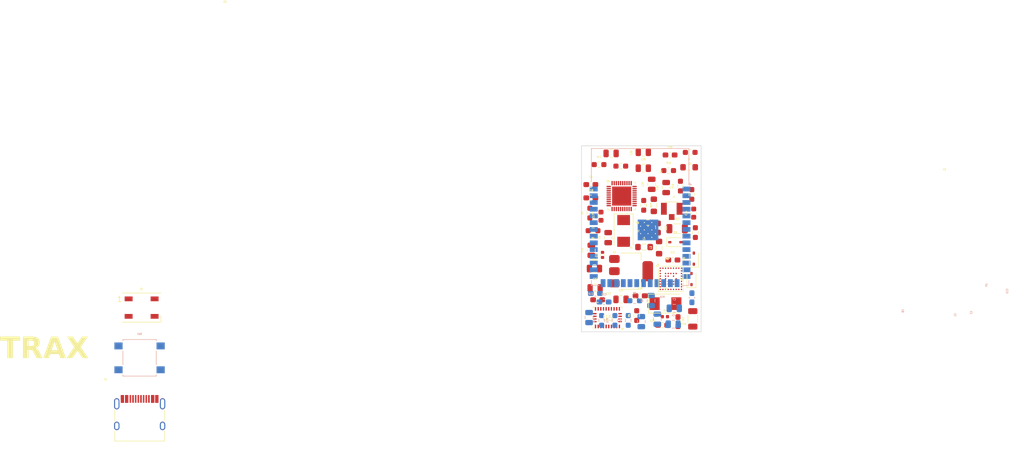
<source format=kicad_pcb>
(kicad_pcb (version 20240108) (generator "pcbnew") (generator_version "8.0")
  (layers (0 "F.Cu" signal) (31 "B.Cu" signal) (34 "B.Paste" user) (35 "F.Paste" user) (36 "B.SilkS" user "B.Silkscreen") (37 "F.SilkS" user "F.Silkscreen") (38 "B.Mask" user) (39 "F.Mask" user) (44 "Edge.Cuts" user))
  (net 0 "")
  (net 1 "+3V3")
  (net 2 "GND")
  (net 3 "EN")
  (net 4 "Net-(U3-VMID)")
  (net 5 "VSYS")
  (net 6 "Net-(U3-VREF)")
  (net 7 "Net-(U3-FB1)")
  (net 8 "VBUS")
  (net 9 "SW_L1")
  (net 10 "Net-(U4-V_CORE)")
  (net 11 "Net-(U5-XOUT32{slash}CLKSEL1)")
  (net 12 "Net-(U5-XIN32)")
  (net 13 "Net-(U5-CAP)")
  (net 14 "D+")
  (net 15 "D-")
  (net 16 "ANT")
  (net 17 "Net-(U3-SW)")
  (net 18 "Net-(U3-LX1)")
  (net 19 "Net-(U4-V_DCDC_OUT)")
  (net 20 "Net-(U3-TS)")
  (net 21 "Net-(P1-SHIELD)")
  (net 23 "Net-(JP1-A)")
  (net 25 "PMIC_IRQ")
  (net 26 "SCL_MASTER")
  (net 27 "SDA_MASTER")
  (net 28 "LEDCNTRL")
  (net 29 "SDA_GPS")
  (net 30 "SCL_GPS")
  (net 31 "PRES_SENS")
  (net 32 "Net-(U5-PS0{slash}WAKE)")
  (net 33 "Net-(U5-PS1)")
  (net 34 "Net-(U5-~{BOOT})")
  (net 35 "Net-(U5-~{RST})")
  (net 36 "Net-(U5-~{H_CS})")
  (net 37 "Net-(U5-SA0{slash}H_MOSI)")
  (net 38 "TXD")
  (net 39 "INT_GPS")
  (net 40 "INT_IMU")
  (net 41 "GPIO0")
  (net 42 "RXD")
  (net 43 "GPIO46")
  (net 44 "LNA_GPS")
  (net 45 "TIMEPULSE_GPS")
  (net 46 "RESET_GPS")
  (net 47 "PMIC_PWRON")
  (net 50 "+1V5")
  (net 57 "VBAT")
  (net 70 "+2V8")
  (net 77 "Net-(U4-RTC_O)")
  (net 78 "Net-(U4-RTC_I)")
  (net 91 "Net-(U1-VI)")
  (net 92 "Net-(C24-Pad1)")
  (net 94 "Net-(D1-DIN)")
  (net 95 "Net-(D4-A)")
  (net 96 "Net-(D4-K)")
  (footprint "Capacitor_SMD:C_0603_1608Metric_Pad1.08x0.95mm_HandSolder" (layer "F.Cu") (at 217.726646 66.6875 -90)
    (property "Reference" "C12" (at 0 -1.43 90) (layer "F.SilkS") (effects (font (size 0.35 0.3) (thickness 1))))
    (property "Value" "10u")
    (pad "1" smd roundrect (at -0.8625 0 270) (size 1.075 0.95) (layers "F.Cu" "F.Paste" "F.Mask") (net 2 "GND"))
    (pad "2" smd roundrect (at 0.8625 0 270) (size 1.075 0.95) (layers "F.Cu" "F.Paste" "F.Mask") (net 5 "VSYS"))
  )
  (footprint "Resistor_SMD:R_0603_1608Metric_Pad0.98x0.95mm_HandSolder" (layer "F.Cu") (at 210.6375 55.01)
    (property "Reference" "R9" (at 3.156646 10.715 -0) (layer "F.SilkS") (effects (font (size 0.35 0.3) (thickness 1))))
    (property "Value" "1M")
    (pad "1" smd roundrect (at -0.9125 0) (size 0.975 0.95) (layers "F.Cu" "F.Paste" "F.Mask") (net 21 "Net-(P1-SHIELD)"))
    (pad "2" smd roundrect (at 0.9125 0) (size 0.975 0.95) (layers "F.Cu" "F.Paste" "F.Mask") (net 2 "GND"))
  )
  (footprint "Capacitor_SMD:C_0603_1608Metric" (layer "F.Cu") (at 206.9 64.455 90)
    (property "Reference" "C17" (at 0 -1.43 90) (layer "F.SilkS") (effects (font (size 0.35 0.3) (thickness 1))))
    (property "Value" "1u")
    (pad "1" smd roundrect (at -0.775 0 90) (size 0.9 0.95) (layers "F.Cu" "F.Paste" "F.Mask") (net 2 "GND"))
    (pad "2" smd roundrect (at 0.775 0 90) (size 0.9 0.95) (layers "F.Cu" "F.Paste" "F.Mask") (net 6 "Net-(U3-VREF)"))
  )
  (footprint "Capacitor_SMD:C_0805_2012Metric" (layer "F.Cu") (at 205.665 74.34)
    (property "Reference" "C26" (at 0 -1.68 0) (layer "F.SilkS") (effects (font (size 0.35 0.3) (thickness 1))))
    (property "Value" "100n")
    (pad "1" smd roundrect (at -0.95 0) (size 1 1.45) (layers "F.Cu" "F.Paste" "F.Mask") (net 1 "+3V3"))
    (pad "2" smd roundrect (at 0.95 0) (size 1 1.45) (layers "F.Cu" "F.Paste" "F.Mask") (net 2 "GND"))
  )
  (footprint "Inductor_SMD:L_0805_2012Metric_Pad1.05x1.20mm_HandSolder" (layer "F.Cu") (at 223.53 55.22)
    (property "Reference" "L1" (at 0 -1.55 0) (layer "F.SilkS") (effects (font (size 0.35 0.3) (thickness 1))))
    (property "Value" "1u")
    (pad "1" smd roundrect (at -1.15 0) (size 1.05 1.2) (layers "F.Cu" "F.Paste" "F.Mask") (roundrect_rratio 0.238095) (net 5 "VSYS"))
    (pad "2" smd roundrect (at 1.15 0) (size 1.05 1.2) (layers "F.Cu" "F.Paste" "F.Mask") (roundrect_rratio 0.238095) (net 17 "Net-(U3-SW)"))
  )
  (footprint "Capacitor_SMD:C_0805_2012Metric" (layer "F.Cu") (at 205.795 78)
    (property "Reference" "C27" (at 0 -1.68 0) (layer "F.SilkS") (effects (font (size 0.35 0.3) (thickness 1))))
    (property "Value" "4.7u")
    (pad "1" smd roundrect (at -0.95 0) (size 1 1.45) (layers "F.Cu" "F.Paste" "F.Mask") (net 2 "GND"))
    (pad "2" smd roundrect (at 0.95 0) (size 1 1.45) (layers "F.Cu" "F.Paste" "F.Mask") (net 10 "Net-(U4-V_CORE)"))
  )
  (footprint "RF_GPS:ublox_ZOE_M8" (layer "F.Cu") (at 220.086646 76.27)
    (property "Reference" "U4" (at -0.495 -3.905 0) (layer "F.SilkS") (effects (font (size 0.35 0.3) (thickness 0.075))))
    (property "Value" "ZOE-M8Q")
    (pad "A1" smd circle (at -2 -2) (size 0.27 0.27) (layers "F.Cu" "F.Paste" "F.Mask") (net 2 "GND"))
    (pad "A2" smd circle (at -1.5 -2) (size 0.27 0.27) (layers "F.Cu" "F.Paste" "F.Mask") (net 29 "SDA_GPS"))
    (pad "A3" smd circle (at -1 -2) (size 0.27 0.27) (layers "F.Cu" "F.Paste" "F.Mask") (net 2 "GND"))
    (pad "A4" smd circle (at -0.5 -2) (size 0.27 0.27) (layers "F.Cu" "F.Paste" "F.Mask") (net 16 "ANT"))
    (pad "A5" smd circle (at 0 -2) (size 0.27 0.27) (layers "F.Cu" "F.Paste" "F.Mask") (net 2 "GND"))
    (pad "A6" smd circle (at 0.5 -2) (size 0.27 0.27) (layers "F.Cu" "F.Paste" "F.Mask"))
    (pad "A7" smd circle (at 1 -2) (size 0.27 0.27) (layers "F.Cu" "F.Paste" "F.Mask") (net 2 "GND"))
    (pad "A8" smd circle (at 1.5 -2) (size 0.27 0.27) (layers "F.Cu" "F.Paste" "F.Mask") (net 2 "GND"))
    (pad "A9" smd circle (at 2 -2) (size 0.27 0.27) (layers "F.Cu" "F.Paste" "F.Mask") (net 2 "GND"))
    (pad "B1" smd circle (at -2 -1.5) (size 0.27 0.27) (layers "F.Cu" "F.Paste" "F.Mask") (net 30 "SCL_GPS"))
    (pad "B9" smd circle (at 2 -1.5) (size 0.27 0.27) (layers "F.Cu" "F.Paste" "F.Mask") (net 2 "GND"))
    (pad "C1" smd circle (at -2 -1) (size 0.27 0.27) (layers "F.Cu" "F.Paste" "F.Mask") (net 2 "GND"))
    (pad "C3" smd circle (at -1 -1) (size 0.27 0.27) (layers "F.Cu" "F.Paste" "F.Mask") (net 45 "TIMEPULSE_GPS"))
    (pad "C4" smd circle (at -0.5 -1) (size 0.27 0.27) (layers "F.Cu" "F.Paste" "F.Mask"))
    (pad "C5" smd circle (at 0 -1) (size 0.27 0.27) (layers "F.Cu" "F.Paste" "F.Mask") (net 44 "LNA_GPS"))
    (pad "C6" smd circle (at 0.5 -1) (size 0.27 0.27) (layers "F.Cu" "F.Paste" "F.Mask"))
    (pad "C7" smd circle (at 1 -1) (size 0.27 0.27) (layers "F.Cu" "F.Paste" "F.Mask") (net 2 "GND"))
    (pad "C9" smd circle (at 2 -1) (size 0.27 0.27) (layers "F.Cu" "F.Paste" "F.Mask") (net 2 "GND"))
    (pad "D1" smd circle (at -2 -0.5) (size 0.27 0.27) (layers "F.Cu" "F.Paste" "F.Mask"))
    (pad "D3" smd circle (at -1 -0.5) (size 0.27 0.27) (layers "F.Cu" "F.Paste" "F.Mask") (net 2 "GND"))
    (pad "D4" smd circle (at -0.5 -0.5) (size 0.27 0.27) (layers "F.Cu" "F.Paste" "F.Mask"))
    (pad "D6" smd circle (at 0.5 -0.5) (size 0.27 0.27) (layers "F.Cu" "F.Paste" "F.Mask") (net 2 "GND"))
    (pad "D9" smd circle (at 2 -0.5) (size 0.27 0.27) (layers "F.Cu" "F.Paste" "F.Mask") (net 2 "GND"))
    (pad "E1" smd circle (at -2 0) (size 0.27 0.27) (layers "F.Cu" "F.Paste" "F.Mask") (net 2 "GND"))
    (pad "E3" smd circle (at -1 0) (size 0.27 0.27) (layers "F.Cu" "F.Paste" "F.Mask") (net 2 "GND"))
    (pad "E7" smd circle (at 1 0) (size 0.27 0.27) (layers "F.Cu" "F.Paste" "F.Mask") (net 2 "GND"))
    (pad "E9" smd circle (at 2 0) (size 0.27 0.27) (layers "F.Cu" "F.Paste" "F.Mask"))
    (pad "F1" smd circle (at -2 0.5) (size 0.27 0.27) (layers "F.Cu" "F.Paste" "F.Mask"))
    (pad "F3" smd circle (at -1 0.5) (size 0.27 0.27) (layers "F.Cu" "F.Paste" "F.Mask"))
    (pad "F4" smd circle (at -0.5 0.5) (size 0.27 0.27) (layers "F.Cu" "F.Paste" "F.Mask"))
    (pad "F6" smd circle (at 0.5 0.5) (size 0.27 0.27) (layers "F.Cu" "F.Paste" "F.Mask"))
    (pad "F7" smd circle (at 1 0.5) (size 0.27 0.27) (layers "F.Cu" "F.Paste" "F.Mask") (net 2 "GND"))
    (pad "F9" smd circle (at 2 0.5) (size 0.27 0.27) (layers "F.Cu" "F.Paste" "F.Mask"))
    (pad "G1" smd circle (at -2 1) (size 0.27 0.27) (layers "F.Cu" "F.Paste" "F.Mask") (net 10 "Net-(U4-V_CORE)"))
    (pad "G3" smd circle (at -1 1) (size 0.27 0.27) (layers "F.Cu" "F.Paste" "F.Mask") (net 2 "GND"))
    (pad "G4" smd circle (at -0.5 1) (size 0.27 0.27) (layers "F.Cu" "F.Paste" "F.Mask") (net 39 "INT_GPS"))
    (pad "G5" smd circle (at 0 1) (size 0.27 0.27) (layers "F.Cu" "F.Paste" "F.Mask"))
    (pad "G6" smd circle (at 0.5 1) (size 0.27 0.27) (layers "F.Cu" "F.Paste" "F.Mask") (net 2 "GND"))
    (pad "G7" smd circle (at 1 1) (size 0.27 0.27) (layers "F.Cu" "F.Paste" "F.Mask") (net 2 "GND"))
    (pad "G9" smd circle (at 2 1) (size 0.27 0.27) (layers "F.Cu" "F.Paste" "F.Mask"))
    (pad "H1" smd circle (at -2 1.5) (size 0.27 0.27) (layers "F.Cu" "F.Paste" "F.Mask") (net 19 "Net-(U4-V_DCDC_OUT)"))
    (pad "H9" smd circle (at 2 1.5) (size 0.27 0.27) (layers "F.Cu" "F.Paste" "F.Mask") (net 1 "+3V3"))
    (pad "J1" smd circle (at -2 2) (size 0.27 0.27) (layers "F.Cu" "F.Paste" "F.Mask") (net 1 "+3V3"))
    (pad "J2" smd circle (at -1.5 2) (size 0.27 0.27) (layers "F.Cu" "F.Paste" "F.Mask") (net 1 "+3V3"))
    (pad "J3" smd circle (at -1 2) (size 0.27 0.27) (layers "F.Cu" "F.Paste" "F.Mask") (net 2 "GND"))
    (pad "J4" smd circle (at -0.5 2) (size 0.27 0.27) (layers "F.Cu" "F.Paste" "F.Mask"))
    (pad "J5" smd circle (at 0 2) (size 0.27 0.27) (layers "F.Cu" "F.Paste" "F.Mask"))
    (pad "J6" smd circle (at 0.5 2) (size 0.27 0.27) (layers "F.Cu" "F.Paste" "F.Mask") (net 46 "RESET_GPS"))
    (pad "J7" smd circle (at 1 2) (size 0.27 0.27) (layers "F.Cu" "F.Paste" "F.Mask") (net 78 "Net-(U4-RTC_I)"))
    (pad "J8" smd circle (at 1.5 2) (size 0.27 0.27) (layers "F.Cu" "F.Paste" "F.Mask") (net 77 "Net-(U4-RTC_O)"))
    (pad "J9" smd circle (at 2 2) (size 0.27 0.27) (layers "F.Cu" "F.Paste" "F.Mask") (net 2 "GND"))
  )
  (footprint "Capacitor_SMD:C_0805_2012Metric" (layer "F.Cu") (at 208.26 68.5 90)
    (property "Reference" "C6" (at 0 -1.68 90) (layer "F.SilkS") (effects (font (size 0.35 0.3) (thickness 1))))
    (property "Value" "1u")
    (pad "1" smd roundrect (at -0.95 0 90) (size 1 1.45) (layers "F.Cu" "F.Paste" "F.Mask") (net 1 "+3V3"))
    (pad "2" smd roundrect (at 0.95 0 90) (size 1 1.45) (layers "F.Cu" "F.Paste" "F.Mask") (net 2 "GND"))
  )
  (footprint "Resistor_SMD:R_0603_1608Metric_Pad0.98x0.95mm_HandSolder" (layer "F.Cu") (at 205.4025 67.19 180)
    (property "Reference" "R4" (at 0 -1.43 0) (layer "F.SilkS") (effects (font (size 0.35 0.3) (thickness 1))))
    (property "Value" "4.7k")
    (pad "1" smd roundrect (at -0.9125 0 180) (size 0.975 0.95) (layers "F.Cu" "F.Paste" "F.Mask") (net 30 "SCL_GPS"))
    (pad "2" smd roundrect (at 0.9125 0 180) (size 0.975 0.95) (layers "F.Cu" "F.Paste" "F.Mask") (net 1 "+3V3"))
  )
  (footprint "Capacitor_SMD:C_0805_2012Metric" (layer "F.Cu") (at 216.47 58.44 90)
    (property "Reference" "C29" (at 0 -1.68 90) (layer "F.SilkS") (effects (font (size 0.35 0.3) (thickness 1))))
    (property "Value" "100n")
    (pad "1" smd roundrect (at -0.95 0 90) (size 1 1.45) (layers "F.Cu" "F.Paste" "F.Mask") (net 1 "+3V3"))
    (pad "2" smd roundrect (at 0.95 0 90) (size 1 1.45) (layers "F.Cu" "F.Paste" "F.Mask") (net 2 "GND"))
  )
  (footprint "LED_SMD:LED_0402_1005Metric" (layer "F.Cu") (at 218.965 83.41)
    (property "Reference" "D4" (at 0 -1.17 0) (layer "F.SilkS") (effects (font (size 0.35 0.3) (thickness 1))))
    (property "Value" "LED")
    (pad "1" smd roundrect (at -0.485 0) (size 0.59 0.64) (layers "F.Cu" "F.Paste" "F.Mask") (net 96 "Net-(D4-K)"))
    (pad "2" smd roundrect (at 0.485 0) (size 0.59 0.64) (layers "F.Cu" "F.Paste" "F.Mask") (net 95 "Net-(D4-A)"))
  )
  (footprint "Resistor_SMD:R_0603_1608Metric_Pad0.98x0.95mm_HandSolder" (layer "F.Cu") (at 204.8 63.8675 90)
    (property "Reference" "R3" (at 0 -1.43 90) (layer "F.SilkS") (effects (font (size 0.35 0.3) (thickness 1))))
    (property "Value" "4.7k")
    (pad "1" smd roundrect (at -0.9125 0 90) (size 0.975 0.95) (layers "F.Cu" "F.Paste" "F.Mask") (net 29 "SDA_GPS"))
    (pad "2" smd roundrect (at 0.9125 0 90) (size 0.975 0.95) (layers "F.Cu" "F.Paste" "F.Mask") (net 1 "+3V3"))
  )
  (footprint "Capacitor_SMD:C_0603_1608Metric_Pad1.08x0.95mm_HandSolder" (layer "F.Cu") (at 218.5275 85.03 180)
    (property "Reference" "C15" (at 1.9175 0.84 360) (layer "F.SilkS") (effects (font (size 0.35 0.3) (thickness 1))))
    (property "Value" "22u")
    (pad "1" smd roundrect (at -0.8625 0 180) (size 1.075 0.95) (layers "F.Cu" "F.Paste" "F.Mask") (net 5 "VSYS"))
    (pad "2" smd roundrect (at 0.8625 0 180) (size 1.075 0.95) (layers "F.Cu" "F.Paste" "F.Mask") (net 2 "GND"))
  )
  (footprint "Diode_SMD:D_SOD-323" (layer "F.Cu") (at 223.976646 76.3175 90)
    (property "Reference" "D2" (at 0 -1.85 90) (layer "F.SilkS") (effects (font (size 0.35 0.3) (thickness 1))))
    (property "Value" "SD05_SOD323")
    (pad "1" smd roundrect (at -1.05 0 90) (size 0.6 0.45) (layers "F.Cu" "F.Paste" "F.Mask") (net 2 "GND"))
    (pad "2" smd roundrect (at 1.05 0 90) (size 0.6 0.45) (layers "F.Cu" "F.Paste" "F.Mask") (net 14 "D+"))
  )
  (footprint "U.FL-R-SMT_01_:HRS_U.FL-R-SMT_01_" (layer "F.Cu") (at 220.245 63.06)
    (property "Reference" "J2" (at 0.371335 -2.239855 0) (layer "F.SilkS") (effects (font (size 0.35 0.3) (thickness 0.075))))
    (property "Value" "U.FL-R-SMT_01_")
    (pad "1" smd rect (at -1.475 0) (size 1.1 2.25) (layers "F.Cu" "F.Paste" "F.Mask") (net 2 "GND"))
    (pad "2" smd rect (at 1.475 0) (size 1.1 2.25) (layers "F.Cu" "F.Paste" "F.Mask") (net 2 "GND"))
    (pad "3" smd rect (at 0 1.55) (size 1.05 1.1) (layers "F.Cu" "F.Paste" "F.Mask") (net 16 "ANT"))
  )
  (footprint "Capacitor_SMD:C_0603_1608Metric_Pad1.08x0.95mm_HandSolder" (layer "F.Cu") (at 220.471646 72.72)
    (property "Reference" "C21" (at 0 -1.43 0) (layer "F.SilkS") (effects (font (size 0.35 0.3) (thickness 1))))
    (property "Value" "22u")
    (pad "1" smd roundrect (at -0.8625 0) (size 1.075 0.95) (layers "F.Cu" "F.Paste" "F.Mask") (net 2 "GND"))
    (pad "2" smd roundrect (at 0.8625 0) (size 1.075 0.95) (layers "F.Cu" "F.Paste" "F.Mask") (net 7 "Net-(U3-FB1)"))
  )
  (footprint "Resistor_SMD:R_0603_1608Metric_Pad0.98x0.95mm_HandSolder" (layer "F.Cu") (at 213.64 83.2075 90)
    (property "Reference" "R5" (at 0 -1.43 90) (layer "F.SilkS") (effects (font (size 0.35 0.3) (thickness 1))))
    (property "Value" "10k")
    (pad "1" smd roundrect (at -0.9125 0 90) (size 0.975 0.95) (layers "F.Cu" "F.Paste" "F.Mask") (net 1 "+3V3"))
    (pad "2" smd roundrect (at 0.9125 0 90) (size 0.975 0.95) (layers "F.Cu" "F.Paste" "F.Mask") (net 9 "SW_L1"))
  )
  (footprint "Crystal:Crystal_SMD_Abracon_ABM3-2Pin_5.0x3.2mm" (layer "F.Cu") (at 219.075 80.96)
    (property "Reference" "Y2" (at 0 -2.8 0) (layer "F.SilkS") (effects (font (size 0.35 0.3) (thickness 0.075))))
    (property "Value" "32.768Khz Crystal")
    (pad "1" smd rect (at -2.05 0) (size 1.9 2.4) (layers "F.Cu" "F.Paste" "F.Mask") (net 11 "Net-(U5-XOUT32{slash}CLKSEL1)"))
    (pad "2" smd rect (at 2.05 0) (size 1.9 2.4) (layers "F.Cu" "F.Paste" "F.Mask") (net 12 "Net-(U5-XIN32)"))
  )
  (footprint "Capacitor_SMD:C_0603_1608Metric_Pad1.08x0.95mm_HandSolder" (layer "F.Cu") (at 206.2775 80.23)
    (property "Reference" "C19" (at -1.2875 -1.12 0) (layer "B.SilkS") (effects (font (size 0.35 0.3) (thickness 1)) (justify mirror)))
    (property "Value" "22u")
    (pad "1" smd roundrect (at -0.8625 0) (size 1.075 0.95) (layers "F.Cu" "F.Paste" "F.Mask") (net 2 "GND"))
    (pad "2" smd roundrect (at 0.8625 0) (size 1.075 0.95) (layers "F.Cu" "F.Paste" "F.Mask") (net 5 "VSYS"))
  )
  (footprint "Resistor_SMD:R_0603_1608Metric_Pad0.98x0.95mm_HandSolder" (layer "F.Cu") (at 221.89 58.7775 90)
    (property "Reference" "R18" (at 0 -1.43 90) (layer "F.SilkS") (effects (font (size 0.35 0.3) (thickness 1))))
    (property "Value" "10k")
    (pad "1" smd roundrect (at -0.9125 0 90) (size 0.975 0.95) (layers "F.Cu" "F.Paste" "F.Mask") (net 33 "Net-(U5-PS1)"))
    (pad "2" smd roundrect (at 0.9125 0 90) (size 0.975 0.95) (layers "F.Cu" "F.Paste" "F.Mask") (net 2 "GND"))
  )
  (footprint "Package_TO_SOT_SMD:SOT-223-3_TabPin2" (layer "F.Cu") (at 212.575 74.83)
    (property "Reference" "U1" (at 0 -4.5 0) (layer "F.SilkS") (effects (font (size 0.35 0.3) (thickness 1))))
    (property "Value" "AMS1117-3.3")
    (pad "1" smd roundrect (at -3.15 -2.3) (size 2 1.5) (layers "F.Cu" "F.Paste" "F.Mask") (net 2 "GND"))
    (pad "2" smd roundrect (at -3.15 0) (size 2 1.5) (layers "F.Cu" "F.Paste" "F.Mask") (net 1 "+3V3"))
    (pad "2" smd roundrect (at 3.15 0) (size 2 3.8) (layers "F.Cu" "F.Paste" "F.Mask") (net 1 "+3V3"))
    (pad "3" smd roundrect (at -3.15 2.3) (size 2 1.5) (layers "F.Cu" "F.Paste" "F.Mask") (net 91 "Net-(U1-VI)"))
  )
  (footprint "Package_LGA:LGA-28_5.2x3.8mm_P0.5mm" (layer "F.Cu") (at 208.12 83.6 180)
    (property "Reference" "U5" (at -0.0575 -0.0725 360) (layer "F.SilkS"))
    (property "Value" "BNO080")
    (pad "1" smd rect (at -2.25 -1.6625 180) (size 0.254 0.675) (layers "F.Cu" "F.Paste" "F.Mask"))
    (pad "2" smd rect (at -2.3875 -0.75 270) (size 0.254 0.675) (layers "F.Cu" "F.Paste" "F.Mask") (net 2 "GND"))
    (pad "3" smd rect (at -2.3875 -0.25 270) (size 0.254 0.675) (layers "F.Cu" "F.Paste" "F.Mask") (net 1 "+3V3"))
    (pad "4" smd rect (at -2.3875 0.25 270) (size 0.254 0.675) (layers "F.Cu" "F.Paste" "F.Mask") (net 34 "Net-(U5-~{BOOT})"))
    (pad "5" smd rect (at -2.3875 0.75 270) (size 0.254 0.675) (layers "F.Cu" "F.Paste" "F.Mask") (net 33 "Net-(U5-PS1)"))
    (pad "6" smd rect (at -2.25 1.6625 180) (size 0.254 0.675) (layers "F.Cu" "F.Paste" "F.Mask") (net 32 "Net-(U5-PS0{slash}WAKE)"))
    (pad "7" smd rect (at -1.75 1.6625 180) (size 0.254 0.675) (layers "F.Cu" "F.Paste" "F.Mask"))
    (pad "8" smd rect (at -1.25 1.6625 180) (size 0.254 0.675) (layers "F.Cu" "F.Paste" "F.Mask"))
    (pad "9" smd rect (at -0.75 1.6625 180) (size 0.254 0.675) (layers "F.Cu" "F.Paste" "F.Mask") (net 13 "Net-(U5-CAP)"))
    (pad "10" smd rect (at -0.25 1.6625 180) (size 0.254 0.675) (layers "F.Cu" "F.Paste" "F.Mask") (net 2 "GND"))
    (pad "11" smd rect (at 0.25 1.6625 180) (size 0.254 0.675) (layers "F.Cu" "F.Paste" "F.Mask") (net 35 "Net-(U5-~{RST})"))
    (pad "12" smd rect (at 0.75 1.6625 180) (size 0.254 0.675) (layers "F.Cu" "F.Paste" "F.Mask"))
    (pad "13" smd rect (at 1.25 1.6625 180) (size 0.254 0.675) (layers "F.Cu" "F.Paste" "F.Mask"))
    (pad "14" smd rect (at 1.75 1.6625 180) (size 0.254 0.675) (layers "F.Cu" "F.Paste" "F.Mask") (net 40 "INT_IMU"))
    (pad "15" smd rect (at 2.25 1.6625 180) (size 0.254 0.675) (layers "F.Cu" "F.Paste" "F.Mask"))
    (pad "16" smd rect (at 2.3875 0.75 270) (size 0.254 0.675) (layers "F.Cu" "F.Paste" "F.Mask"))
    (pad "17" smd rect (at 2.3875 0.25 270) (size 0.254 0.675) (layers "F.Cu" "F.Paste" "F.Mask") (net 37 "Net-(U5-SA0{slash}H_MOSI)"))
    (pad "18" smd rect (at 2.3875 -0.25 270) (size 0.254 0.675) (layers "F.Cu" "F.Paste" "F.Mask") (net 36 "Net-(U5-~{H_CS})"))
    (pad "19" smd rect (at 2.3875 -0.75 270) (size 0.254 0.675) (layers "F.Cu" "F.Paste" "F.Mask") (net 26 "SCL_MASTER"))
    (pad "20" smd rect (at 2.25 -1.6625 180) (size 0.254 0.675) (layers "F.Cu" "F.Paste" "F.Mask") (net 27 "SDA_MASTER"))
    (pad "21" smd rect (at 1.75 -1.6625 180) (size 0.254 0.675) (layers "F.Cu" "F.Paste" "F.Mask"))
    (pad "22" smd rect (at 1.25 -1.6625 180) (size 0.254 0.675) (layers "F.Cu" "F.Paste" "F.Mask"))
    (pad "23" smd rect (at 0.75 -1.6625 180) (size 0.254 0.675) (layers "F.Cu" "F.Paste" "F.Mask"))
    (pad "24" smd rect (at 0.25 -1.6625 180) (size 0.254 0.675) (layers "F.Cu" "F.Paste" "F.Mask"))
    (pad "25" smd rect (at -0.25 -1.6625 180) (size 0.254 0.675) (layers "F.Cu" "F.Paste" "F.Mask") (net 2 "GND"))
    (pad "26" smd rect (at -0.75 -1.6625 180) (size 0.254 0.675) (layers "F.Cu" "F.Paste" "F.Mask") (net 11 "Net-(U5-XOUT32{slash}CLKSEL1)"))
    (pad "27" smd rect (at -1.25 -1.6625 180) (size 0.254 0.675) (layers "F.Cu" "F.Paste" "F.Mask") (net 12 "Net-(U5-XIN32)"))
    (pad "28" smd rect (at -1.75 -1.6625 180) (size 0.254 0.675) (layers "F.Cu" "F.Paste" "F.Mask") (net 1 "+3V3"))
  )
  (footprint "Capacitor_SMD:C_0603_1608Metric_Pad1.08x0.95mm_HandSolder" (layer "F.Cu") (at 204.985 61)
    (property "Reference" "C10" (at 0 -1.43 0) (layer "F.SilkS") (effects (font (size 0.35 0.3) (thickness 1))))
    (property "Value" "0.1u")
    (pad "1" smd roundrect (at -0.8625 0) (size 1.075 0.95) (layers "F.Cu" "F.Paste" "F.Mask") (net 1 "+3V3"))
    (pad "2" smd roundrect (at 0.8625 0) (size 1.075 0.95) (layers "F.Cu" "F.Paste" "F.Mask") (net 2 "GND"))
  )
  (footprint "Connector_USB:USB_C_Receptacle_HRO_TYPE-C-31-M-12" (layer "F.Cu") (at 119.85 102.98)
    (property "Reference" "P1" (at -6.4025 -7.705 0) (layer "F.SilkS") (effects (font (size 0.35 0.3) (thickness 0.075))))
    (property "Value" "USB_C_Plug_USB2.0")
    (pad "" np_thru_hole circle (at -2.89 -2.6) (size 0.65 0.65) (drill 0.65) (layers "*.Cu" "*.Mask"))
    (pad "" np_thru_hole circle (at 2.89 -2.6) (size 0.65 0.65) (drill 0.65) (layers "*.Cu" "*.Mask"))
    (pad "A1" smd rect (at -3.25 -4.045) (size 0.6 1.45) (layers "F.Cu" "F.Paste" "F.Mask") (net 2 "GND"))
    (pad "A4" smd rect (at -2.45 -4.045) (size 0.6 1.45) (layers "F.Cu" "F.Paste" "F.Mask") (net 8 "VBUS"))
    (pad "A5" smd rect (at -1.25 -4.045) (size 0.3 1.45) (layers "F.Cu" "F.Paste" "F.Mask"))
    (pad "A6" smd rect (at -0.25 -4.045) (size 0.3 1.45) (layers "F.Cu" "F.Paste" "F.Mask") (net 14 "D+"))
    (pad "A7" smd rect (at 0.25 -4.045) (size 0.3 1.45) (layers "F.Cu" "F.Paste" "F.Mask") (net 23 "Net-(JP1-A)"))
    (pad "A8" smd rect (at 1.25 -4.045) (size 0.3 1.45) (layers "F.Cu" "F.Paste" "F.Mask"))
    (pad "A9" smd rect (at 2.45 -4.045) (size 0.6 1.45) (layers "F.Cu" "F.Paste" "F.Mask") (net 8 "VBUS"))
    (pad "A12" smd rect (at 3.25 -4.045) (size 0.6 1.45) (layers "F.Cu" "F.Paste" "F.Mask") (net 2 "GND"))
    (pad "B1" smd rect (at 3.25 -4.045) (size 0.6 1.45) (layers "F.Cu" "F.Paste" "F.Mask") (net 2 "GND"))
    (pad "B4" smd rect (at 2.45 -4.045) (size 0.6 1.45) (layers "F.Cu" "F.Paste" "F.Mask") (net 8 "VBUS"))
    (pad "B5" smd rect (at 1.75 -4.045) (size 0.3 1.45) (layers "F.Cu" "F.Paste" "F.Mask"))
    (pad "B6" smd rect (at 0.75 -4.045) (size 0.3 1.45) (layers "F.Cu" "F.Paste" "F.Mask"))
    (pad "B7" smd rect (at -0.75 -4.045) (size 0.3 1.45) (layers "F.Cu" "F.Paste" "F.Mask"))
    (pad "B8" smd rect (at -1.75 -4.045) (size 0.3 1.45) (layers "F.Cu" "F.Paste" "F.Mask"))
    (pad "B9" smd rect (at -2.45 -4.045) (size 0.6 1.45) (layers "F.Cu" "F.Paste" "F.Mask") (net 8 "VBUS"))
    (pad "B12" smd rect (at -3.25 -4.045) (size 0.6 1.45) (layers "F.Cu" "F.Paste" "F.Mask") (net 2 "GND"))
    (pad "S1" thru_hole oval (at -4.32 -3.13) (size 1 2.1) (drill oval 0.6 1.7) (layers "*.Cu" "*.Mask") (net 21 "Net-(P1-SHIELD)"))
    (pad "S1" thru_hole oval (at -4.32 1.05) (size 1 1.6) (drill oval 0.6 1.2) (layers "*.Cu" "*.Mask") (net 21 "Net-(P1-SHIELD)"))
    (pad "S1" thru_hole oval (at 4.32 -3.13) (size 1 2.1) (drill oval 0.6 1.7) (layers "*.Cu" "*.Mask") (net 21 "Net-(P1-SHIELD)"))
    (pad "S1" thru_hole oval (at 4.32 1.05) (size 1 1.6) (drill oval 0.6 1.2) (layers "*.Cu" "*.Mask") (net 21 "Net-(P1-SHIELD)"))
  )
  (footprint "Capacitor_SMD:C_0603_1608Metric_Pad1.08x0.95mm_HandSolder" (layer "F.Cu") (at 219.9325 52.91)
    (property "Reference" "C20" (at 0 -1.43 0) (layer "F.SilkS") (effects (font (size 0.35 0.3) (thickness 1))))
    (property "Value" "22u")
    (pad "1" smd roundrect (at -0.8625 0) (size 1.075 0.95) (layers "F.Cu" "F.Paste" "F.Mask") (net 2 "GND"))
    (pad "2" smd roundrect (at 0.8625 0) (size 1.075 0.95) (layers "F.Cu" "F.Paste" "F.Mask") (net 5 "VSYS"))
  )
  (footprint "Capacitor_SMD:C_0805_2012Metric" (layer "F.Cu") (at 219.195 59.05 90)
    (property "Reference" "C31" (at 0 -1.68 90) (layer "F.SilkS") (effects (font (size 0.35 0.3) (thickness 1))))
    (property "Value" "22p")
    (pad "1" smd roundrect (at -0.95 0 90) (size 1 1.45) (layers "F.Cu" "F.Paste" "F.Mask") (net 2 "GND"))
    (pad "2" smd roundrect (at 0.95 0 90) (size 1 1.45) (layers "F.Cu" "F.Paste" "F.Mask") (net 11 "Net-(U5-XOUT32{slash}CLKSEL1)"))
  )
  (footprint "Resistor_SMD:R_0603_1608Metric_Pad0.98x0.95mm_HandSolder" (layer "F.Cu") (at 224.71 67.5475 90)
    (property "Reference" "R6" (at -4.9575 -5.32 360) (layer "F.SilkS") (effects (font (size 0.35 0.3) (thickness 1))))
    (property "Value" "4.7k")
    (pad "1" smd roundrect (at -0.9125 0 90) (size 0.975 0.95) (layers "F.Cu" "F.Paste" "F.Mask") (net 26 "SCL_MASTER"))
    (pad "2" smd roundrect (at 0.9125 0 90) (size 0.975 0.95) (layers "F.Cu" "F.Paste" "F.Mask") (net 1 "+3V3"))
  )
  (footprint "Resistor_SMD:R_0603_1608Metric_Pad0.98x0.95mm_HandSolder" (layer "F.Cu") (at 215.7475 65.65)
    (property "Reference" "R10" (at 2.75 14.045 0) (layer "B.SilkS") (effects (font (size 0.35 0.3) (thickness 1)) (justify mirror)))
    (property "Value" "1k")
    (pad "1" smd roundrect (at -0.9125 0) (size 0.975 0.95) (layers "F.Cu" "F.Paste" "F.Mask") (net 95 "Net-(D4-A)"))
    (pad "2" smd roundrect (at 0.9125 0) (size 0.975 0.95) (layers "F.Cu" "F.Paste" "F.Mask") (net 5 "VSYS"))
  )
  (footprint "Capacitor_SMD:C_0805_2012Metric" (layer "F.Cu") (at 214.885 55.4)
    (property "Reference" "C28" (at 0 -1.68 0) (layer "F.SilkS") (effects (font (size 0.35 0.3) (thickness 1))))
    (property "Value" "100n")
    (pad "1" smd roundrect (at -0.95 0) (size 1 1.45) (layers "F.Cu" "F.Paste" "F.Mask") (net 2 "GND"))
    (pad "2" smd roundrect (at 0.95 0) (size 1 1.45) (layers "F.Cu" "F.Paste" "F.Mask") (net 13 "Net-(U5-CAP)"))
  )
  (footprint "Inductor_SMD:L_0805_2012Metric_Pad1.05x1.20mm_HandSolder" (layer "F.Cu") (at 215.03 70.28)
    (property "Reference" "L4" (at 0 -1.55 0) (layer "F.SilkS") (effects (font (size 0.35 0.3) (thickness 1))))
    (property "Value" "2.2u")
    (pad "1" smd roundrect (at -1.15 0) (size 1.05 1.2) (layers "F.Cu" "F.Paste" "F.Mask") (roundrect_rratio 0.238095) (net 19 "Net-(U4-V_DCDC_OUT)"))
    (pad "2" smd roundrect (at 1.15 0) (size 1.05 1.2) (layers "F.Cu" "F.Paste" "F.Mask") (roundrect_rratio 0.238095) (net 10 "Net-(U4-V_CORE)"))
  )
  (footprint "Capacitor_SMD:C_0805_2012Metric" (layer "F.Cu") (at 205.0775 70.89 90)
    (property "Reference" "C25" (at 0 -1.68 90) (layer "F.SilkS") (effects (font (size 0.35 0.3) (thickness 1))))
    (property "Value" "1u")
    (pad "1" smd roundrect (at -0.95 0 90) (size 1 1.45) (layers "F.Cu" "F.Paste" "F.Mask") (net 1 "+3V3"))
    (pad "2" smd roundrect (at 0.95 0 90) (size 1 1.45) (layers "F.Cu" "F.Paste" "F.Mask") (net 2 "GND"))
  )
  (footprint "Package_DFN_QFN:QFN-40-1EP_5x5mm_P0.4mm_EP3.6x3.6mm" (layer "F.Cu") (at 210.8 60.66)
    (property "Reference" "U3" (at 60.905 -5.06 0) (layer "F.SilkS") (effects (font (size 0.35 0.3) (thickness 1))))
    (property "Value" "AXP2101")
    (pad "1" smd roundrect (at -2.4375 -1.8) (size 0.825 0.25) (layers "F.Cu" "F.Paste" "F.Mask") (net 96 "Net-(D4-K)"))
    (pad "2" smd roundrect (at -2.4375 -1.4) (size 0.825 0.25) (layers "F.Cu" "F.Paste" "F.Mask") (net 6 "Net-(U3-VREF)"))
    (pad "3" smd roundrect (at -2.4375 -1) (size 0.825 0.25) (layers "F.Cu" "F.Paste" "F.Mask") (net 2 "GND"))
    (pad "4" smd roundrect (at -2.4375 -0.6) (size 0.825 0.25) (layers "F.Cu" "F.Paste" "F.Mask"))
    (pad "5" smd roundrect (at -2.4375 -0.2) (size 0.825 0.25) (layers "F.Cu" "F.Paste" "F.Mask"))
    (pad "6" smd roundrect (at -2.4375 0.2) (size 0.825 0.25) (layers "F.Cu" "F.Paste" "F.Mask"))
    (pad "7" smd roundrect (at -2.4375 0.6) (size 0.825 0.25) (layers "F.Cu" "F.Paste" "F.Mask"))
    (pad "8" smd roundrect (at -2.4375 1) (size 0.825 0.25) (layers "F.Cu" "F.Paste" "F.Mask"))
    (pad "9" smd roundrect (at -2.4375 1.4) (size 0.825 0.25) (layers "F.Cu" "F.Paste" "F.Mask"))
    (pad "10" smd roundrect (at -2.4375 1.8) (size 0.825 0.25) (layers "F.Cu" "F.Paste" "F.Mask"))
    (pad "11" smd roundrect (at -1.8 2.4375) (size 0.25 0.825) (layers "F.Cu" "F.Paste" "F.Mask"))
    (pad "12" smd roundrect (at -1.4 2.4375) (size 0.25 0.825) (layers "F.Cu" "F.Paste" "F.Mask"))
    (pad "13" smd roundrect (at -1 2.4375) (size 0.25 0.825) (layers "F.Cu" "F.Paste" "F.Mask"))
    (pad "14" smd roundrect (at -0.6 2.4375) (size 0.25 0.825) (layers "F.Cu" "F.Paste" "F.Mask"))
    (pad "15" smd roundrect (at -0.2 2.4375) (size 0.25 0.825) (layers "F.Cu" "F.Paste" "F.Mask"))
    (pad "16" smd roundrect (at 0.2 2.4375) (size 0.25 0.825) (layers "F.Cu" "F.Paste" "F.Mask"))
    (pad "17" smd roundrect (at 0.6 2.4375) (size 0.25 0.825) (layers "F.Cu" "F.Paste" "F.Mask") (net 5 "VSYS"))
    (pad "18" smd roundrect (at 1 2.4375) (size 0.25 0.825) (layers "F.Cu" "F.Paste" "F.Mask") (net 50 "+1V5"))
    (pad "19" smd roundrect (at 1.4 2.4375) (size 0.25 0.825) (layers "F.Cu" "F.Paste" "F.Mask") (net 70 "+2V8"))
    (pad "20" smd roundrect (at 1.8 2.4375) (size 0.25 0.825) (layers "F.Cu" "F.Paste" "F.Mask"))
    (pad "21" smd roundrect (at 2.4375 1.8) (size 0.825 0.25) (layers "F.Cu" "F.Paste" "F.Mask") (net 7 "Net-(U3-FB1)"))
    (pad "22" smd roundrect (at 2.4375 1.4) (size 0.825 0.25) (layers "F.Cu" "F.Paste" "F.Mask") (net 18 "Net-(U3-LX1)"))
    (pad "23" smd roundrect (at 2.4375 1) (size 0.825 0.25) (layers "F.Cu" "F.Paste" "F.Mask") (net 5 "VSYS"))
    (pad "24" smd roundrect (at 2.4375 0.6) (size 0.825 0.25) (layers "F.Cu" "F.Paste" "F.Mask"))
    (pad "25" smd roundrect (at 2.4375 0.2) (size 0.825 0.25) (layers "F.Cu" "F.Paste" "F.Mask"))
    (pad "26" smd roundrect (at 2.4375 -0.2) (size 0.825 0.25) (layers "F.Cu" "F.Paste" "F.Mask"))
    (pad "27" smd roundrect (at 2.4375 -0.6) (size 0.825 0.25) (layers "F.Cu" "F.Paste" "F.Mask"))
    (pad "28" smd roundrect (at 2.4375 -1) (size 0.825 0.25) (layers "F.Cu" "F.Paste" "F.Mask"))
    (pad "29" smd roundrect (at 2.4375 -1.4) (size 0.825 0.25) (layers "F.Cu" "F.Paste" "F.Mask"))
    (pad "30" smd roundrect (at 2.4375 -1.8) (size 0.825 0.25) (layers "F.Cu" "F.Paste" "F.Mask") (net 47 "PMIC_PWRON"))
    (pad "31" smd roundrect (at 1.8 -2.4375) (size 0.25 0.825) (layers "F.Cu" "F.Paste" "F.Mask") (net 20 "Net-(U3-TS)"))
    (pad "32" smd roundrect (at 1.4 -2.4375) (size 0.25 0.825) (layers "F.Cu" "F.Paste" "F.Mask"))
    (pad "33" smd roundrect (at 1 -2.4375) (size 0.25 0.825) (layers "F.Cu" "F.Paste" "F.Mask") (net 57 "VBAT"))
    (pad "34" smd roundrect (at 0.6 -2.4375) (size 0.25 0.825) (layers "F.Cu" "F.Paste" "F.Mask") (net 5 "VSYS"))
    (pad "35" smd roundrect (at 0.2 -2.4375) (size 0.25 0.825) (layers "F.Cu" "F.Paste" "F.Mask") (net 17 "Net-(U3-SW)"))
    (pad "36" smd roundrect (at -0.2 -2.4375) (size 0.25 0.825) (layers "F.Cu" "F.Paste" "F.Mask") (net 4 "Net-(U3-VMID)"))
    (pad "37" smd roundrect (at -0.6 -2.4375) (size 0.25 0.825) (layers "F.Cu" "F.Paste" "F.Mask") (net 8 "VBUS"))
    (pad "38" smd roundrect (at -1 -2.4375) (size 0.25 0.825) (layers "F.Cu" "F.Paste" "F.Mask") (net 25 "PMIC_IRQ"))
    (pad "39" smd roundrect (at -1.4 -2.4375) (size 0.25 0.825) (layers "F.Cu" "F.Paste" "F.Mask") (net 27 "SDA_MASTER"))
    (pad "40" smd roundrect (at -1.8 -2.4375) (size 0.25 0.825) (layers "F.Cu" "F.Paste" "F.Mask") (net 26 "SCL_MASTER"))
    (pad "41" smd rect (at 0 0) (size 3.6 3.6) (property pad_prop_heatsink) (layers "F.Cu" "F.Mask") (net 2 "GND"))
  )
  (footprint "Capacitor_SMD:C_0805_2012Metric" (layer "F.Cu") (at 208.81 52.61)
    (property "Reference" "C5" (at -72.84 -28.61 0) (layer "F.SilkS") (effects (font (size 0.35 0.3) (thickness 1))))
    (property "Value" "100n")
    (pad "1" smd roundrect (at -0.95 0) (size 1 1.45) (layers "F.Cu" "F.Paste" "F.Mask") (net 1 "+3V3"))
    (pad "2" smd roundrect (at 0.95 0) (size 1 1.45) (layers "F.Cu" "F.Paste" "F.Mask") (net 2 "GND"))
  )
  (footprint "Diode_SMD:D_SOD-323" (layer "F.Cu") (at 224.42 72.47 90)
    (property "Reference" "D5" (at 0 -1.85 90) (layer "F.SilkS") (effects (font (size 0.35 0.3) (thickness 1))))
    (property "Value" "SD05_SOD323")
    (pad "1" smd roundrect (at -1.05 0 90) (size 0.6 0.45) (layers "F.Cu" "F.Paste" "F.Mask") (net 8 "VBUS"))
    (pad "2" smd roundrect (at 1.05 0 90) (size 0.6 0.45) (layers "F.Cu" "F.Paste" "F.Mask") (net 2 "GND"))
  )
  (footprint "Crystal:Crystal_SMD_Abracon_ABM3-2Pin_5.0x3.2mm" (layer "F.Cu") (at 211.17 67.24 -90)
    (property "Reference" "Y1" (at 0 -2.8 90) (layer "F.SilkS") (effects (font (size 0.35 0.3) (thickness 0.075))))
    (property "Value" "32.768Khz Crystal")
    (pad "1" smd rect (at -2.05 0 270) (size 1.9 2.4) (layers "F.Cu" "F.Paste" "F.Mask") (net 77 "Net-(U4-RTC_O)"))
    (pad "2" smd rect (at 2.05 0 270) (size 1.9 2.4) (layers "F.Cu" "F.Paste" "F.Mask") (net 78 "Net-(U4-RTC_I)"))
  )
  (footprint "Resistor_SMD:R_0603_1608Metric_Pad0.98x0.95mm_HandSolder" (layer "F.Cu") (at 219.6675 55.85)
    (property "Reference" "R16" (at 0 -1.43 0) (layer "F.SilkS") (effects (font (size 0.35 0.3) (thickness 1))))
    (property "Value" "10k")
    (pad "1" smd roundrect (at -0.9125 0) (size 0.975 0.95) (layers "F.Cu" "F.Paste" "F.Mask") (net 32 "Net-(U5-PS0{slash}WAKE)"))
    (pad "2" smd roundrect (at 0.9125 0) (size 0.975 0.95) (layers "F.Cu" "F.Paste" "F.Mask") (net 2 "GND"))
  )
  (footprint "Capacitor_SMD:C_0402_1005Metric" (layer "F.Cu") (at 207.19 71.76 90)
    (property "Reference" "C11" (at 0 -1.16 90) (layer "F.SilkS") (effects (font (size 0.35 0.3) (thickness 1))))
    (property "Value" "100n")
    (pad "1" smd roundrect (at -0.48 0 90) (size 0.56 0.62) (layers "F.Cu" "F.Paste" "F.Mask") (net 9 "SW_L1"))
    (pad "2" smd roundrect (at 0.48 0 90) (size 0.56 0.62) (layers "F.Cu" "F.Paste" "F.Mask") (net 2 "GND"))
  )
  (footprint "Resistor_SMD:R_0603_1608Metric_Pad0.98x0.95mm_HandSolder" (layer "F.Cu") (at 224.04 60.3475 90)
    (property "Reference" "R7" (at 4.3425 -5.75 90) (layer "F.SilkS") (effects (font (size 0.35 0.3) (thickness 1))))
    (property "Value" "4.7k")
    (pad "1" smd roundrect (at -0.9125 0 90) (size 0.975 0.95) (layers "F.Cu" "F.Paste" "F.Mask") (net 27 "SDA_MASTER"))
    (pad "2" smd roundrect (at 0.9125 0 90) (size 0.975 0.95) (layers "F.Cu" "F.Paste" "F.Mask") (net 1 "+3V3"))
  )
  (footprint "Resistor_SMD:R_1206_3216Metric" (layer "F.Cu") (at 224.22 83.8325 90)
    (property "Reference" "NC1" (at 0 -1.82 90) (layer "F.SilkS") (effects (font (size 0.35 0.3) (thickness 1))))
    (property "Value" "0")
    (pad "1" smd roundrect (at -1.4625 0 90) (size 1.125 1.75) (layers "F.Cu" "F.Paste" "F.Mask") (roundrect_rratio 0.222222) (net 2 "GND"))
    (pad "2" smd roundrect (at 1.4625 0 90) (size 1.125 1.75) (layers "F.Cu" "F.Paste" "F.Mask") (roundrect_rratio 0.222222) (net 20 "Net-(U3-TS)"))
  )
  (footprint "Resistor_SMD:R_0603_1608Metric_Pad0.98x0.95mm_HandSolder" (layer "F.Cu") (at 223.7325 52.42)
    (property "Reference" "R1" (at 0.0475 2.15 0) (layer "F.SilkS") (effects (font (size 0.35 0.3) (thickness 1))))
    (property "Value" "10k")
    (pad "1" smd roundrect (at -0.9125 0) (size 0.975 0.95) (layers "F.Cu" "F.Paste" "F.Mask") (net 31 "PRES_SENS"))
    (pad "2" smd roundrect (at 0.9125 0) (size 0.975 0.95) (layers "F.Cu" "F.Paste" "F.Mask") (net 2 "GND"))
  )
  (footprint "Capacitor_SMD:C_0603_1608Metric_Pad1.08x0.95mm_HandSolder" (layer "F.Cu") (at 221.43 84.3475 90)
    (property "Reference" "C16" (at -0.4125 1.1 360) (layer "F.SilkS") (effects (font (size 0.35 0.3) (thickness 1))))
    (property "Value" "10u")
    (pad "1" smd roundrect (at -0.8625 0 90) (size 1.075 0.95) (layers "F.Cu" "F.Paste" "F.Mask") (net 2 "GND"))
    (pad "2" smd roundrect (at 0.8625 0 90) (size 1.075 0.95) (layers "F.Cu" "F.Paste" "F.Mask") (net 5 "VSYS"))
  )
  (footprint "Resistor_SMD:R_1206_3216Metric" (layer "F.Cu") (at 221.2675 66.81)
    (property "Reference" "NC2" (at 0 -1.82 0) (layer "F.SilkS") (effects (font (size 0.35 0.3) (thickness 1))))
    (property "Value" "0")
    (pad "1" smd roundrect (at -1.4625 0) (size 1.125 1.75) (layers "F.Cu" "F.Paste" "F.Mask") (roundrect_rratio 0.222222) (net 7 "Net-(U3-FB1)"))
    (pad "2" smd roundrect (at 1.4625 0) (size 1.125 1.75) (layers "F.Cu" "F.Paste" "F.Mask") (roundrect_rratio 0.222222) (net 1 "+3V3"))
  )
  (footprint "Diode_SMD:D_SOD-323" (layer "F.Cu") (at 220.931646 69.36)
    (property "Reference" "D3" (at 0 -1.85 0) (layer "F.SilkS") (effects (font (size 0.35 0.3) (thickness 1))))
    (property "Value" "SD05_SOD323")
    (pad "1" smd roundrect (at -1.05 0) (size 0.6 0.45) (layers "F.Cu" "F.Paste" "F.Mask") (net 2 "GND"))
    (pad "2" smd roundrect (at 1.05 0) (size 0.6 0.45) (layers "F.Cu" "F.Paste" "F.Mask") (net 15 "D-"))
  )
  (footprint "Capacitor_SMD:C_0603_1608Metric" (layer "F.Cu") (at 224.39 63.875 90)
    (property "Reference" "C14" (at 0 -1.43 90) (layer "F.SilkS") (effects (font (size 0.35 0.3) (thickness 1))))
    (property "Value" "1u")
    (pad "1" smd roundrect (at -0.775 0 90) (size 0.9 0.95) (layers "F.Cu" "F.Paste" "F.Mask") (net 2 "GND"))
    (pad "2" smd roundrect (at 0.775 0 90) (size 0.9 0.95) (layers "F.Cu" "F.Paste" "F.Mask") (net 4 "Net-(U3-VMID)"))
  )
  (footprint "Resistor_SMD:R_0603_1608Metric_Pad0.98x0.95mm_HandSolder" (layer "F.Cu") (at 206.5325 54.72)
    (property "Reference" "R11" (at 0 -1.43 0) (layer "F.SilkS") (effects (font (size 0.35 0.3) (thickness 1))))
    (property "Value" "4.7k")
    (pad "1" smd roundrect (at -0.9125 0) (size 0.975 0.95) (layers "F.Cu" "F.Paste" "F.Mask") (net 25 "PMIC_IRQ"))
    (pad "2" smd roundrect (at 0.9125 0) (size 0.975 0.95) (layers "F.Cu" "F.Paste" "F.Mask") (net 1 "+3V3"))
  )
  (footprint "Inductor_SMD:L_0805_2012Metric_Pad1.05x1.20mm_HandSolder" (layer "F.Cu") (at 217.86 70.38 90)
    (property "Reference" "L3" (at 0 -1.55 90) (layer "F.SilkS") (effects (font (size 0.35 0.3) (thickness 1))))
    (property "Value" "10u")
    (pad "1" smd roundrect (at -1.15 0 90) (size 1.05 1.2) (layers "F.Cu" "F.Paste" "F.Mask") (roundrect_rratio 0.238095) (net 16 "ANT"))
    (pad "2" smd roundrect (at 1.15 0 90) (size 1.05 1.2) (layers "F.Cu" "F.Paste" "F.Mask") (roundrect_rratio 0.238095) (net 92 "Net-(C24-Pad1)"))
  )
  (footprint "Inductor_SMD:L_0805_2012Metric_Pad1.05x1.20mm_HandSolder" (layer "F.Cu") (at 216.87 62.4 90)
    (property "Reference" "L2" (at 0 -1.55 90) (layer "F.SilkS") (effects (font (size 0.35 0.3) (thickness 1))))
    (property "Value" "1u")
    (pad "1" smd roundrect (at -1.15 0 90) (size 1.05 1.2) (layers "F.Cu" "F.Paste" "F.Mask") (roundrect_rratio 0.238095) (net 18 "Net-(U3-LX1)"))
    (pad "2" smd roundrect (at 1.15 0 90) (size 1.05 1.2) (layers "F.Cu" "F.Paste" "F.Mask") (roundrect_rratio 0.238095) (net 7 "Net-(U3-FB1)"))
  )
  (footprint "Resistor_SMD:R_0603_1608Metric_Pad0.98x0.95mm_HandSolder" (layer "F.Cu") (at 214.96 62.4075 -90)
    (property "Reference" "R17" (at 0 -1.43 90) (layer "F.SilkS") (effects (font (size 0.35 0.3) (thickness 1))))
    (property "Value" "10k")
    (pad "1" smd roundrect (at -0.9125 0 270) (size 0.975 0.95) (layers "F.Cu" "F.Paste" "F.Mask") (net 1 "+3V3"))
    (pad "2" smd roundrect (at 0.9125 0 270) (size 0.975 0.95) (layers "F.Cu" "F.Paste" "F.Mask") (net 34 "Net-(U5-~{BOOT})"))
  )
  (footprint "Capacitor_SMD:C_0805_2012Metric" (layer "F.Cu") (at 210.68 80.15)
    (property "Reference" "C24" (at 0 -1.68 0) (layer "F.SilkS") (effects (font (size 0.35 0.3) (thickness 1))))
    (property "Value" "1u")
    (pad "1" smd roundrect (at -0.95 0) (size 1 1.45) (layers "F.Cu" "F.Paste" "F.Mask") (net 92 "Net-(C24-Pad1)"))
    (pad "2" smd roundrect (at 0.95 0) (size 1 1.45) (layers "F.Cu" "F.Paste" "F.Mask") (net 2 "GND"))
  )
  (footprint "LED_SMD:LED_WS2812B_PLCC4_5.0x5.0mm_P3.2mm" (layer "F.Cu") (at 120.22 81.705)
    (property "Reference" "D1" (at 0 -3.5 0) (layer "F.SilkS") (effects (font (size 0.35 0.3) (thickness 1))))
    (property "Value" "WS2812B")
    (fp_text user "1" (at -4.15 -1.6 0) (layer "F.SilkS"))
    (pad "1" smd rect (at -2.45 -1.65) (size 1.5 0.9) (layers "F.Cu" "F.Paste" "F.Mask") (net 5 "VSYS"))
    (pad "2" smd rect (at -2.45 1.65) (size 1.5 0.9) (layers "F.Cu" "F.Paste" "F.Mask"))
    (pad "3" smd rect (at 2.45 1.65) (size 1.5 0.9) (layers "F.Cu" "F.Paste" "F.Mask") (net 2 "GND"))
    (pad "4" smd rect (at 2.45 -1.65) (size 1.5 0.9) (layers "F.Cu" "F.Paste" "F.Mask") (net 94 "Net-(D1-DIN)"))
  )
  (footprint "Capacitor_SMD:C_0603_1608Metric_Pad1.08x0.95mm_HandSolder" (layer "F.Cu") (at 214.2825 79.48)
    (property "Reference" "C18" (at 0 -1.43 0) (layer "F.SilkS") (effects (font (size 0.35 0.3) (thickness 1))))
    (property "Value" "10u")
    (pad "1" smd roundrect (at -0.8625 0) (size 1.075 0.95) (layers "F.Cu" "F.Paste" "F.Mask") (net 5 "VSYS"))
    (pad "2" smd roundrect (at 0.8625 0) (size 1.075 0.95) (layers "F.Cu" "F.Paste" "F.Mask") (net 2 "GND"))
  )
  (footprint "Capacitor_SMD:C_0805_2012Metric" (layer "F.Cu") (at 214.885 52.39)
    (property "Reference" "C30" (at -2.29 0.09 90) (layer "F.SilkS") (effects (font (size 0.35 0.3) (thickness 1))))
    (property "Value" "22p")
    (pad "1" smd roundrect (at -0.95 0) (size 1 1.45) (layers "F.Cu" "F.Paste" "F.Mask") (net 2 "GND"))
    (pad "2" smd roundrect (at 0.95 0) (size 1 1.45) (layers "F.Cu" "F.Paste" "F.Mask") (net 12 "Net-(U5-XIN32)"))
  )
  (footprint "Capacitor_SMD:C_0603_1608Metric_Pad1.08x0.95mm_HandSolder" (layer "F.Cu") (at 204.985 58.49)
    (property "Reference" "C9" (at 0 -1.43 0) (layer "F.SilkS") (effects (font (size 0.35 0.3) (thickness 1))))
    (property "Value" "22u")
    (pad "1" smd roundrect (at -0.8625 0) (size 1.075 0.95) (layers "F.Cu" "F.Paste" "F.Mask") (net 1 "+3V3"))
    (pad "2" smd roundrect (at 0.8625 0) (size 1.075 0.95) (layers "F.Cu" "F.Paste" "F.Mask") (net 2 "GND"))
  )
  (footprint "Resistor_SMD:R_0603_1608Metric_Pad0.98x0.95mm_HandSolder" (layer "B.Cu") (at 209.53 84.1225 -90)
    (property "Reference" "R15" (at 0 1.43 90) (layer "B.SilkS") (effects (font (size 0.35 0.3) (thickness 1)) (justify mirror)))
    (property "Value" "10k")
    (pad "1" smd roundrect (at -0.9125 0 270) (size 0.975 0.95) (layers "B.Cu" "B.Paste" "B.Mask") (net 1 "+3V3"))
    (pad "2" smd roundrect (at 0.9125 0 270) (size 0.975 0.95) (layers "B.Cu" "B.Paste" "B.Mask") (net 36 "Net-(U5-~{H_CS})"))
  )
  (footprint "Capacitor_SMD:C_0805_2012Metric" (layer "B.Cu") (at 220.73 81.84 180)
    (property "Reference" "C7" (at 0 1.68 0) (layer "B.SilkS") (effects (font (size 0.35 0.3) (thickness 1)) (justify mirror)))
    (property "Value" "100n")
    (pad "1" smd roundrect (at -0.95 0 180) (size 1 1.45) (layers "B.Cu" "B.Paste" "B.Mask") (net 2 "GND"))
    (pad "2" smd roundrect (at 0.95 0 180) (size 1 1.45) (layers "B.Cu" "B.Paste" "B.Mask") (net 3 "EN"))
  )
  (footprint "Capacitor_SMD:C_0805_2012Metric" (layer "B.Cu") (at 217.53 83.89 -90)
    (property "Reference" "C2" (at -1.26 -59.225 90) (layer "B.SilkS") (effects (font (size 0.35 0.3) (thickness 1)) (justify mirror)))
    (property "Value" "100n")
    (pad "1" smd roundrect (at -0.95 0 270) (size 1 1.45) (layers "B.Cu" "B.Paste" "B.Mask") (net 91 "Net-(U1-VI)"))
    (pad "2" smd roundrect (at 0.95 0 270) (size 1 1.45) (layers "B.Cu" "B.Paste" "B.Mask") (net 2 "GND"))
  )
  (footprint "Resistor_SMD:R_0603_1608Metric_Pad0.98x0.95mm_HandSolder" (layer "B.Cu") (at 212.04 84.1225 -90)
    (property "Reference" "R14" (at 0 1.43 90) (layer "B.SilkS") (effects (font (size 0.35 0.3) (thickness 1)) (justify mirror)))
    (property "Value" "10k")
    (pad "1" smd roundrect (at -0.9125 0 270) (size 0.975 0.95) (layers "B.Cu" "B.Paste" "B.Mask") (net 2 "GND"))
    (pad "2" smd roundrect (at 0.9125 0 270) (size 0.975 0.95) (layers "B.Cu" "B.Paste" "B.Mask") (net 37 "Net-(U5-SA0{slash}H_MOSI)"))
  )
  (footprint "Capacitor_SMD:C_0805_2012Metric" (layer "B.Cu") (at 204.65 83.58 -90)
    (property "Reference" "C8" (at -1.26 -59.225 90) (layer "B.SilkS") (effects (font (size 0.35 0.3) (thickness 1)) (justify mirror)))
    (property "Value" "100n")
    (pad "1" smd roundrect (at -0.95 0 270) (size 1 1.45) (layers "B.Cu" "B.Paste" "B.Mask") (net 1 "+3V3"))
    (pad "2" smd roundrect (at 0.95 0 270) (size 1 1.45) (layers "B.Cu" "B.Paste" "B.Mask") (net 2 "GND"))
  )
  (footprint "Capacitor_SMD:C_0603_1608Metric_Pad1.08x0.95mm_HandSolder" (layer "B.Cu") (at 224.06 79.8425 -90)
    (property "Reference" "C13" (at -1.26 -59.475 90) (layer "B.SilkS") (effects (font (size 0.35 0.3) (thickness 1)) (justify mirror)))
    (property "Value" "10u")
    (pad "1" smd roundrect (at -0.8625 0 270) (size 1.075 0.95) (layers "B.Cu" "B.Paste" "B.Mask") (net 2 "GND"))
    (pad "2" smd roundrect (at 0.8625 0 270) (size 1.075 0.95) (layers "B.Cu" "B.Paste" "B.Mask") (net 5 "VSYS"))
  )
  (footprint "Capacitor_SMD:C_0603_1608Metric_Pad1.08x0.95mm_HandSolder" (layer "B.Cu") (at 207.4825 80.64 180)
    (property "Reference" "C23" (at 0 1.43 0) (layer "B.SilkS") (effects (font (size 0.35 0.3) (thickness 1)) (justify mirror)))
    (property "Value" "10u")
    (pad "1" smd roundrect (at -0.8625 0 180) (size 1.075 0.95) (layers "B.Cu" "B.Paste" "B.Mask") (net 2 "GND"))
    (pad "2" smd roundrect (at 0.8625 0 180) (size 1.075 0.95) (layers "B.Cu" "B.Paste" "B.Mask") (net 5 "VSYS"))
  )
  (footprint "RF_Module:ESP32-S3-WROOM-1" (layer "B.Cu") (at 214.28 64.59 180)
    (property "Reference" "U2" (at -65.33 -12.89 -90) (layer "B.SilkS") (effects (font (size 0.35 0.3) (thickness 1)) (justify mirror)))
    (property "Value" "ESP32-S3-WROOM-1")
    (pad "1" smd rect (at -8.75 5.26 180) (size 1.5 0.9) (layers "B.Cu" "B.Paste" "B.Mask") (net 2 "GND"))
    (pad "2" smd rect (at -8.75 3.99 180) (size 1.5 0.9) (layers "B.Cu" "B.Paste" "B.Mask") (net 1 "+3V3"))
    (pad "3" smd rect (at -8.75 2.72 180) (size 1.5 0.9) (layers "B.Cu" "B.Paste" "B.Mask") (net 3 "EN"))
    (pad "4" smd rect (at -8.75 1.45 180) (size 1.5 0.9) (layers "B.Cu" "B.Paste" "B.Mask") (net 27 "SDA_MASTER"))
    (pad "5" smd rect (at -8.75 0.18 180) (size 1.5 0.9) (layers "B.Cu" "B.Paste" "B.Mask") (net 25 "PMIC_IRQ"))
    (pad "6" smd rect (at -8.75 -1.09 180) (size 1.5 0.9) (layers "B.Cu" "B.Paste" "B.Mask") (net 9 "SW_L1"))
    (pad "7" smd rect (at -8.75 -2.36 180) (size 1.5 0.9) (layers "B.Cu" "B.Paste" "B.Mask") (net 29 "SDA_GPS"))
    (pad "8" smd rect (at -8.75 -3.63 180) (size 1.5 0.9) (layers "B.Cu" "B.Paste" "B.Mask"))
    (pad "9" smd rect (at -8.75 -4.9 180) (size 1.5 0.9) (layers "B.Cu" "B.Paste" "B.Mask"))
    (pad "10" smd rect (at -8.75 -6.17 180) (size 1.5 0.9) (layers "B.Cu" "B.Paste" "B.Mask") (net 31 "PRES_SENS"))
    (pad "11" smd rect (at -8.75 -7.44 180) (size 1.5 0.9) (layers "B.Cu" "B.Paste" "B.Mask"))
    (pad "12" smd rect (at -8.75 -8.71 180) (size 1.5 0.9) (layers "B.Cu" "B.Paste" "B.Mask") (net 30 "SCL_GPS"))
    (pad "13" smd rect (at -8.75 -9.98 180) (size 1.5 0.9) (layers "B.Cu" "B.Paste" "B.Mask") (net 15 "D-"))
    (pad "14" smd rect (at -8.75 -11.25) (size 1.5 0.9) (layers "B.Cu" "B.Paste" "B.Mask") (net 14 "D+"))
    (pad "15" smd rect (at -6.985 -12.5 270) (size 1.5 0.9) (layers "B.Cu" "B.Paste" "B.Mask") (net 26 "SCL_MASTER"))
    (pad "16" smd rect (at -5.715 -12.5 270) (size 1.5 0.9) (layers "B.Cu" "B.Paste" "B.Mask") (net 43 "GPIO46"))
    (pad "17" smd rect (at -4.445 -12.5 270) (size 1.5 0.9) (layers "B.Cu" "B.Paste" "B.Mask") (net 39 "INT_GPS"))
    (pad "18" smd rect (at -3.175 -12.5 270) (size 1.5 0.9) (layers "B.Cu" "B.Paste" "B.Mask") (net 44 "LNA_GPS"))
    (pad "19" smd rect (at -1.905 -12.5 270) (size 1.5 0.9) (layers "B.Cu" "B.Paste" "B.Mask") (net 46 "RESET_GPS"))
    (pad "20" smd rect (at -0.635 -12.5 270) (size 1.5 0.9) (layers "B.Cu" "B.Paste" "B.Mask") (net 45 "TIMEPULSE_GPS"))
    (pad "21" smd rect (at 0.635 -12.5 270) (size 1.5 0.9) (layers "B.Cu" "B.Paste" "B.Mask") (net 40 "INT_IMU"))
    (pad "22" smd rect (at 1.905 -12.5 270) (size 1.5 0.9) (layers "B.Cu" "B.Paste" "B.Mask"))
    (pad "23" smd rect (at 3.175 -12.5 270) (size 1.5 0.9) (layers "B.Cu" "B.Paste" "B.Mask"))
    (pad "24" smd rect (at 4.445 -12.5 270) (size 1.5 0.9) (layers "B.Cu" "B.Paste" "B.Mask"))
    (pad "25" smd rect (at 5.715 -12.5 270) (size 1.5 0.9) (layers "B.Cu" "B.Paste" "B.Mask"))
    (pad "26" smd rect (at 6.985 -12.5 270) (size 1.5 0.9) (layers "B.Cu" "B.Paste" "B.Mask"))
    (pad "27" smd rect (at 8.75 -11.25 180) (size 1.5 0.9) (layers "B.Cu" "B.Paste" "B.Mask") (net 41 "GPIO0"))
    (pad "28" smd rect (at 8.75 -9.98 180) (size 1.5 0.9) (layers "B.Cu" "B.Paste" "B.Mask"))
    (pad "29" smd rect (at 8.75 -8.71 180) (size 1.5 0.9) (layers "B.Cu" "B.Paste" "B.Mask"))
    (pad "30" smd rect (at 8.75 -7.44 180) (size 1.5 0.9) (layers "B.Cu" "B.Paste" "B.Mask"))
    (pad "31" smd rect (at 8.75 -6.17 180) (size 1.5 0.9) (layers "B.Cu" "B.Paste" "B.Mask"))
    (pad "32" smd rect (at 8.75 -4.9 180) (size 1.5 0.9) (layers "B.Cu" "B.Paste" "B.Mask"))
    (pad "33" smd rect (at 8.75 -3.63 180) (size 1.5 0.9) (layers "B.Cu" "B.Paste" "B.Mask"))
    (pad "34" smd rect (at 8.75 -2.36 180) (size 1.5 0.9) (layers "B.Cu" "B.Paste" "B.Mask"))
    (pad "35" smd rect (at 8.75 -1.09 180) (size 1.5 0.9) (layers "B.Cu" "B.Paste" "B.Mask"))
    (pad "36" smd rect (at 8.75 0.18 180) (size 1.5 0.9) (layers "B.Cu" "B.Paste" "B.Mask") (net 42 "RXD"))
    (pad "37" smd rect (at 8.75 1.45 180) (size 1.5 0.9) (layers "B.Cu" "B.Paste" "B.Mask") (net 38 "TXD"))
    (pad "38" smd rect (at 8.75 2.72 180) (size 1.5 0.9) (layers "B.Cu" "B.Paste" "B.Mask") (net 28 "LEDCNTRL"))
    (pad "39" smd rect (at 8.75 3.99 180) (size 1.5 0.9) (layers "B.Cu" "B.Paste" "B.Mask") (net 47 "PMIC_PWRON"))
    (pad "40" smd rect (at 8.75 5.26 180) (size 1.5 0.9) (layers "B.Cu" "B.Paste" "B.Mask") (net 2 "GND"))
    (pad "41" thru_hole circle (at -2.9 -3.16 180) (size 0.6 0.6) (drill 0.2) (property pad_prop_heatsink) (layers "*.Cu" "B.Mask") (net 2 "GND"))
    (pad "41" thru_hole circle (at -2.9 -1.76 90) (size 0.6 0.6) (drill 0.2) (property pad_prop_heatsink) (layers "*.Cu" "B.Mask") (net 2 "GND"))
    (pad "41" thru_hole circle (at -2.2 -3.86 180) (size 0.6 0.6) (drill 0.2) (property pad_prop_heatsink) (layers "*.Cu" "B.Mask") (net 2 "GND"))
    (pad "41" thru_hole circle (at -2.2 -2.46 180) (size 0.6 0.6) (drill 0.2) (property pad_prop_heatsink) (layers "*.Cu" "B.Mask") (net 2 "GND"))
    (pad "41" thru_hole circle (at -2.2 -1.06 180) (size 0.6 0.6) (drill 0.2) (property pad_prop_heatsink) (layers "*.Cu" "B.Mask") (net 2 "GND"))
    (pad "41" thru_hole circle (at -1.5 -3.16 180) (size 0.6 0.6) (drill 0.2) (property pad_prop_heatsink) (layers "*.Cu" "B.Mask") (net 2 "GND"))
    (pad "41" smd rect (at -1.5 -2.46 270) (size 3.9 3.9) (layers "B.Cu" "B.Mask") (net 2 "GND"))
    (pad "41" thru_hole circle (at -1.5 -1.76 180) (size 0.6 0.6) (drill 0.2) (property pad_prop_heatsink) (layers "*.Cu" "B.Mask") (net 2 "GND"))
    (pad "41" thru_hole circle (at -0.8 -3.86 180) (size 0.6 0.6) (drill 0.2) (property pad_prop_heatsink) (layers "*.Cu" "B.Mask") (net 2 "GND"))
    (pad "41" thru_hole circle (at -0.8 -2.46 180) (size 0.6 0.6) (drill 0.2) (property pad_prop_heatsink) (layers "*.Cu" "B.Mask") (net 2 "GND"))
    (pad "41" thru_hole circle (at -0.8 -1.06 180) (size 0.6 0.6) (drill 0.2) (property pad_prop_heatsink) (layers "*.Cu" "B.Mask") (net 2 "GND"))
    (pad "41" thru_hole circle (at -0.1 -3.16 180) (size 0.6 0.6) (drill 0.2) (property pad_prop_heatsink) (layers "*.Cu" "B.Mask") (net 2 "GND"))
    (pad "41" thru_hole circle (at -0.1 -1.76 180) (size 0.6 0.6) (drill 0.2) (property pad_prop_heatsink) (layers "*.Cu" "B.Mask") (net 2 "GND"))
  )
  (footprint "Button_Switch_SMD:SW_SPST_B3S-1000" (layer "B.Cu") (at 119.835 91.185 180)
    (property "Reference" "SW1" (at 0 4.5 0) (layer "B.SilkS") (effects (font (size 0.35 0.3) (thickness 0.075)) (justify mirror)))
    (property "Value" "SW_Push")
    (pad "1" smd rect (at -3.975 2.25 180) (size 1.55 1.3) (layers "B.Cu" "B.Paste" "B.Mask") (net 2 "GND"))
    (pad "1" smd rect (at 3.975 2.25 180) (size 1.55 1.3) (layers "B.Cu" "B.Paste" "B.Mask") (net 2 "GND"))
    (pad "2" smd rect (at -3.975 -2.25 180) (size 1.55 1.3) (layers "B.Cu" "B.Paste" "B.Mask") (net 9 "SW_L1"))
    (pad "2" smd rect (at 3.975 -2.25 180) (size 1.55 1.3) (layers "B.Cu" "B.Paste" "B.Mask") (net 9 "SW_L1"))
  )
  (footprint "Capacitor_SMD:C_0805_2012Metric" (layer "B.Cu") (at 220.54 84.84 180)
    (property "Reference" "C4" (at 0 1.68 0) (layer "B.SilkS") (effects (font (size 0.35 0.3) (thickness 1)) (justify mirror)))
    (property "Value" "100n")
    (pad "1" smd roundrect (at -0.95 0 180) (size 1 1.45) (layers "B.Cu" "B.Paste" "B.Mask") (net 1 "+3V3"))
    (pad "2" smd roundrect (at 0.95 0 180) (size 1 1.45) (layers "B.Cu" "B.Paste" "B.Mask") (net 2 "GND"))
  )
  (footprint "Capacitor_SMD:C_0603_1608Metric_Pad1.08x0.95mm_HandSolder" (layer "B.Cu") (at 205.8425 79.03 180)
    (property "Reference" "C22" (at -2.4975 -0.03 -0) (layer "F.SilkS") (effects (font (size 0.35 0.3) (thickness 1))))
    (property "Value" "10u")
    (pad "1" smd roundrect (at -0.8625 0 180) (size 1.075 0.95) (layers "B.Cu" "B.Paste" "B.Mask") (net 2 "GND"))
    (pad "2" smd roundrect (at 0.8625 0 180) (size 1.075 0.95) (layers "B.Cu" "B.Paste" "B.Mask") (net 8 "VBUS"))
  )
  (footprint "Capacitor_SMD:C_0805_2012Metric" (layer "B.Cu") (at 214.51 84.35 -90)
    (property "Reference" "C1" (at -1.26 -59.225 90) (layer "B.SilkS") (effects (font (size 0.35 0.3) (thickness 1)) (justify mirror)))
    (property "Value" "1u")
    (pad "1" smd roundrect (at -0.95 0 270) (size 1 1.45) (layers "B.Cu" "B.Paste" "B.Mask") (net 91 "Net-(U1-VI)"))
    (pad "2" smd roundrect (at 0.95 0 270) (size 1 1.45) (layers "B.Cu" "B.Paste" "B.Mask") (net 2 "GND"))
  )
  (footprint "Capacitor_SMD:C_0805_2012Metric" (layer "B.Cu") (at 216.34 80.38 -90)
    (property "Reference" "C3" (at 0 1.68 90) (layer "B.SilkS") (effects (font (size 0.35 0.3) (thickness 1)) (justify mirror)))
    (property "Value" "1u")
    (pad "1" smd roundrect (at -0.95 0 270) (size 1 1.45) (layers "B.Cu" "B.Paste" "B.Mask") (net 1 "+3V3"))
    (pad "2" smd roundrect (at 0.95 0 270) (size 1 1.45) (layers "B.Cu" "B.Paste" "B.Mask") (net 2 "GND"))
  )
  (footprint "Resistor_SMD:R_0603_1608Metric_Pad0.98x0.95mm_HandSolder" (layer "B.Cu") (at 207.02 84.1225 -90)
    (property "Reference" "R19" (at -0.07 1.43 90) (layer "B.SilkS") (effects (font (size 0.35 0.3) (thickness 1)) (justify mirror)))
    (property "Value" "10k")
    (pad "1" smd roundrect (at -0.9125 0 270) (size 0.975 0.95) (layers "B.Cu" "B.Paste" "B.Mask") (net 1 "+3V3"))
    (pad "2" smd roundrect (at 0.9125 0 270) (size 0.975 0.95) (layers "B.Cu" "B.Paste" "B.Mask") (net 35 "Net-(U5-~{RST})"))
  )
  (footprint "Resistor_SMD:R_0603_1608Metric_Pad0.98x0.95mm_HandSolder" (layer "B.Cu") (at 213.2575 80.41 180)
    (property "Reference" "R8" (at 0 1.43 0) (layer "B.SilkS") (effects (font (size 0.35 0.3) (thickness 1)) (justify mirror)))
    (property "Value" "510")
    (pad "1" smd roundrect (at -0.9125 0 180) (size 0.975 0.95) (layers "B.Cu" "B.Paste" "B.Mask") (net 94 "Net-(D1-DIN)"))
    (pad "2" smd roundrect (at 0.9125 0 180) (size 0.975 0.95) (layers "B.Cu" "B.Paste" "B.Mask") (net 28 "LEDCNTRL"))
  )
  (gr_rect (start 203.22 51.18) (end 225.79 86.28) (stroke (width 0.1)) (fill none) (layer "Edge.Cuts"))
  (gr_text "TRAX" (at 93.5 91.915 0) (layer "F.SilkS") (effects (font (size 4 4) (thickness 0.2) (bold yes)) (justify left bottom)))
)
</source>
